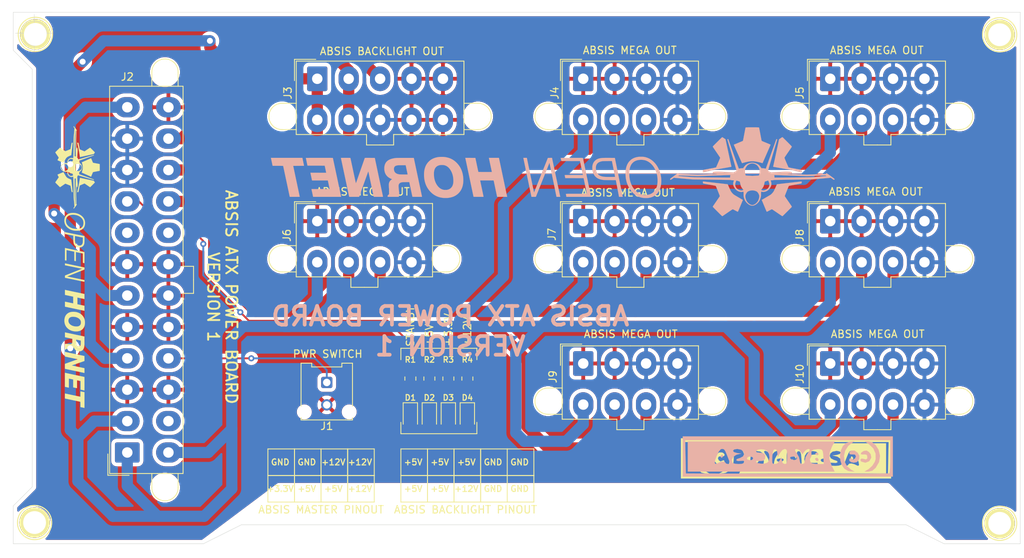
<source format=kicad_pcb>
(kicad_pcb (version 20171130) (host pcbnew "(5.1.7)-1")
  (layers (0 F.Cu signal) (31 B.Cu signal) (34 B.Paste user) (35 F.Paste user) (36 B.SilkS user) (37 F.SilkS user) (38 B.Mask user) (39 F.Mask user) (44 Edge.Cuts user))
  (net 0 "")
  (net 1 GND)
  (net 2 "Net-(D1-Pad1)")
  (net 3 "Net-(D2-Pad1)")
  (net 4 "Net-(D3-Pad1)")
  (net 5 "Net-(D4-Pad1)")
  (net 6 /PS_ON)
  (net 7 /+5V_SUPPLY)
  (net 8 "Net-(J2-Pad20)")
  (net 9 "Net-(J2-Pad14)")
  (net 10 /+3.3V_SUPPLY)
  (net 11 /+12V_SUPPLY)
  (net 12 /+5VSB_SUPPLY)
  (net 13 /PWR_OK)
  (module KiCAD_Libraries:CC-BY-NC-SA-Small (layer B.Cu) (at 139.192 112.776 180)
    (fp_text reference G*** hide)
    (fp_text value LOGO hide)
  )
  (module KiCAD_Libraries:OH_LOGO_75.4mm_11.9mm (layer B.Cu) (at 107.696 74.676 180)
    (fp_text reference G*** hide)
    (fp_text value LOGO hide)
  )
  (module Connector_Molex:Molex_Mini-Fit_Jr_5566-08A2_2x04_P4.20mm_Vertical (layer F.Cu) (at 144.78 62.23)
    (fp_text reference J5 (at -4.064 1.905 90) (layer F.SilkS))
    (fp_text value "MEGA BUS POWER")
    (pad "" np_thru_hole circle (at 17.3 5.04) (size 3 3) (drill 3) (layers *.Cu *.Mask))
    (pad "" np_thru_hole circle (at -4.7 5.04) (size 3 3) (drill 3) (layers *.Cu *.Mask))
    (pad 8 thru_hole oval (at 12.6 5.5) (size 2.7 3.3) (drill 1.4) (layers *.Cu *.Mask) (net 11 /+12V_SUPPLY))
    (pad 7 thru_hole oval (at 8.4 5.5) (size 2.7 3.3) (drill 1.4) (layers *.Cu *.Mask) (net 7 /+5V_SUPPLY))
    (pad 6 thru_hole oval (at 4.2 5.5) (size 2.7 3.3) (drill 1.4) (layers *.Cu *.Mask) (net 7 /+5V_SUPPLY))
    (pad 5 thru_hole oval (at 0 5.5) (size 2.7 3.3) (drill 1.4) (layers *.Cu *.Mask) (net 10 /+3.3V_SUPPLY))
    (pad 4 thru_hole oval (at 12.6 0) (size 2.7 3.3) (drill 1.4) (layers *.Cu *.Mask) (net 11 /+12V_SUPPLY))
    (pad 3 thru_hole oval (at 8.4 0) (size 2.7 3.3) (drill 1.4) (layers *.Cu *.Mask) (net 11 /+12V_SUPPLY))
    (pad 2 thru_hole oval (at 4.2 0) (size 2.7 3.3) (drill 1.4) (layers *.Cu *.Mask) (net 1 GND))
    (pad 1 thru_hole roundrect (at 0 0) (size 2.7 3.3) (drill 1.4) (layers *.Cu *.Mask) (roundrect_rratio 0.09259299999999999) (net 1 GND))
  )
  (module KiCAD_Libraries:CC-BY-NC-SA-Small (layer F.Cu) (at 138.7856 113.03)
    (fp_text reference G*** hide)
    (fp_text value LOGO hide)
  )
  (module KiCAD_Libraries:OH_LOGO_37.7mm_5.9mm (layer F.Cu) (at 44.1452 87.4268 270)
    (fp_text reference G*** hide)
    (fp_text value LOGO hide)
  )
  (module Connector_Molex:Molex_Mini-Fit_Jr_5566-08A2_2x04_P4.20mm_Vertical (layer F.Cu) (at 144.78 100.33)
    (fp_text reference J10 (at -4.064 1.397 90) (layer F.SilkS))
    (fp_text value "MEGA BUS POWER")
    (pad "" np_thru_hole circle (at 17.3 5.04) (size 3 3) (drill 3) (layers *.Cu *.Mask))
    (pad "" np_thru_hole circle (at -4.7 5.04) (size 3 3) (drill 3) (layers *.Cu *.Mask))
    (pad 8 thru_hole oval (at 12.6 5.5) (size 2.7 3.3) (drill 1.4) (layers *.Cu *.Mask) (net 11 /+12V_SUPPLY))
    (pad 7 thru_hole oval (at 8.4 5.5) (size 2.7 3.3) (drill 1.4) (layers *.Cu *.Mask) (net 7 /+5V_SUPPLY))
    (pad 6 thru_hole oval (at 4.2 5.5) (size 2.7 3.3) (drill 1.4) (layers *.Cu *.Mask) (net 7 /+5V_SUPPLY))
    (pad 5 thru_hole oval (at 0 5.5) (size 2.7 3.3) (drill 1.4) (layers *.Cu *.Mask) (net 10 /+3.3V_SUPPLY))
    (pad 4 thru_hole oval (at 12.6 0) (size 2.7 3.3) (drill 1.4) (layers *.Cu *.Mask) (net 11 /+12V_SUPPLY))
    (pad 3 thru_hole oval (at 8.4 0) (size 2.7 3.3) (drill 1.4) (layers *.Cu *.Mask) (net 11 /+12V_SUPPLY))
    (pad 2 thru_hole oval (at 4.2 0) (size 2.7 3.3) (drill 1.4) (layers *.Cu *.Mask) (net 1 GND))
    (pad 1 thru_hole roundrect (at 0 0) (size 2.7 3.3) (drill 1.4) (layers *.Cu *.Mask) (roundrect_rratio 0.09259299999999999) (net 1 GND))
  )
  (module Socket_Arduino_Mega:Arduino_1pin (layer F.Cu) (at 167.4368 56.3372)
    (fp_text reference H4 hide)
    (fp_text value MountingHole)
    (pad 1 thru_hole circle (at 0 0) (size 4.064 4.064) (drill 3.048) (layers *.Cu *.Mask F.SilkS))
  )
  (module Socket_Arduino_Mega:Arduino_1pin (layer F.Cu) (at 38.4048 121.6152)
    (fp_text reference H3 hide)
    (fp_text value MountingHole)
    (pad 1 thru_hole circle (at 0 0) (size 4.064 4.064) (drill 3.048) (layers *.Cu *.Mask F.SilkS))
  )
  (module Socket_Arduino_Mega:Arduino_1pin (layer F.Cu) (at 167.4368 121.7168)
    (fp_text reference H2 hide)
    (fp_text value MountingHole)
    (pad 1 thru_hole circle (at 0 0) (size 4.064 4.064) (drill 3.048) (layers *.Cu *.Mask F.SilkS))
  )
  (module Socket_Arduino_Mega:Arduino_1pin (layer F.Cu) (at 38.5064 56.2864)
    (fp_text reference H1 hide)
    (fp_text value MountingHole)
    (pad 1 thru_hole circle (at 0 0) (size 4.064 4.064) (drill 3.048) (layers *.Cu *.Mask F.SilkS))
  )
  (module Resistor_SMD:R_0805_2012Metric_Pad1.20x1.40mm_HandSolder (layer F.Cu) (at 96.266 102.346 90)
    (fp_text reference R4 (at 2.524 0 180) (layer F.SilkS) (effects (font (size 0.75 0.75))))
    (fp_text value 560)
    (pad 2 smd roundrect (at 1 0 90) (size 1.2 1.4) (layers F.Cu F.Paste F.Mask) (roundrect_rratio 0.208333) (net 11 /+12V_SUPPLY))
    (pad 1 smd roundrect (at -1 0 90) (size 1.2 1.4) (layers F.Cu F.Paste F.Mask) (roundrect_rratio 0.208333) (net 5 "Net-(D4-Pad1)"))
  )
  (module Resistor_SMD:R_0805_2012Metric_Pad1.20x1.40mm_HandSolder (layer F.Cu) (at 93.726 102.346 90)
    (fp_text reference R3 (at 2.524 0 180) (layer F.SilkS) (effects (font (size 0.75 0.75))))
    (fp_text value 56)
    (pad 2 smd roundrect (at 1 0 90) (size 1.2 1.4) (layers F.Cu F.Paste F.Mask) (roundrect_rratio 0.208333) (net 10 /+3.3V_SUPPLY))
    (pad 1 smd roundrect (at -1 0 90) (size 1.2 1.4) (layers F.Cu F.Paste F.Mask) (roundrect_rratio 0.208333) (net 4 "Net-(D3-Pad1)"))
  )
  (module Resistor_SMD:R_0805_2012Metric_Pad1.20x1.40mm_HandSolder (layer F.Cu) (at 91.186 102.346 90)
    (fp_text reference R2 (at 2.524 0 180) (layer F.SilkS) (effects (font (size 0.75 0.75))))
    (fp_text value 150)
    (pad 2 smd roundrect (at 1 0 90) (size 1.2 1.4) (layers F.Cu F.Paste F.Mask) (roundrect_rratio 0.208333) (net 7 /+5V_SUPPLY))
    (pad 1 smd roundrect (at -1 0 90) (size 1.2 1.4) (layers F.Cu F.Paste F.Mask) (roundrect_rratio 0.208333) (net 3 "Net-(D2-Pad1)"))
  )
  (module Resistor_SMD:R_0805_2012Metric_Pad1.20x1.40mm_HandSolder (layer F.Cu) (at 88.646 102.346 90)
    (fp_text reference R1 (at 2.524 0 180) (layer F.SilkS) (effects (font (size 0.75 0.75))))
    (fp_text value 150)
    (pad 2 smd roundrect (at 1 0 90) (size 1.2 1.4) (layers F.Cu F.Paste F.Mask) (roundrect_rratio 0.208333) (net 12 /+5VSB_SUPPLY))
    (pad 1 smd roundrect (at -1 0 90) (size 1.2 1.4) (layers F.Cu F.Paste F.Mask) (roundrect_rratio 0.208333) (net 2 "Net-(D1-Pad1)"))
  )
  (module Connector_Molex:Molex_Mini-Fit_Jr_5566-08A2_2x04_P4.20mm_Vertical (layer F.Cu) (at 111.76 100.33)
    (fp_text reference J9 (at -4.064 1.778 90) (layer F.SilkS))
    (fp_text value "MEGA BUS POWER")
    (pad "" np_thru_hole circle (at 17.3 5.04) (size 3 3) (drill 3) (layers *.Cu *.Mask))
    (pad "" np_thru_hole circle (at -4.7 5.04) (size 3 3) (drill 3) (layers *.Cu *.Mask))
    (pad 8 thru_hole oval (at 12.6 5.5) (size 2.7 3.3) (drill 1.4) (layers *.Cu *.Mask) (net 11 /+12V_SUPPLY))
    (pad 7 thru_hole oval (at 8.4 5.5) (size 2.7 3.3) (drill 1.4) (layers *.Cu *.Mask) (net 7 /+5V_SUPPLY))
    (pad 6 thru_hole oval (at 4.2 5.5) (size 2.7 3.3) (drill 1.4) (layers *.Cu *.Mask) (net 7 /+5V_SUPPLY))
    (pad 5 thru_hole oval (at 0 5.5) (size 2.7 3.3) (drill 1.4) (layers *.Cu *.Mask) (net 10 /+3.3V_SUPPLY))
    (pad 4 thru_hole oval (at 12.6 0) (size 2.7 3.3) (drill 1.4) (layers *.Cu *.Mask) (net 11 /+12V_SUPPLY))
    (pad 3 thru_hole oval (at 8.4 0) (size 2.7 3.3) (drill 1.4) (layers *.Cu *.Mask) (net 11 /+12V_SUPPLY))
    (pad 2 thru_hole oval (at 4.2 0) (size 2.7 3.3) (drill 1.4) (layers *.Cu *.Mask) (net 1 GND))
    (pad 1 thru_hole roundrect (at 0 0) (size 2.7 3.3) (drill 1.4) (layers *.Cu *.Mask) (roundrect_rratio 0.09259299999999999) (net 1 GND))
  )
  (module Connector_Molex:Molex_Mini-Fit_Jr_5566-08A2_2x04_P4.20mm_Vertical (layer F.Cu) (at 144.78 81.28)
    (fp_text reference J8 (at -4.064 1.905 90) (layer F.SilkS))
    (fp_text value "MEGA BUS POWER")
    (pad "" np_thru_hole circle (at 17.3 5.04) (size 3 3) (drill 3) (layers *.Cu *.Mask))
    (pad "" np_thru_hole circle (at -4.7 5.04) (size 3 3) (drill 3) (layers *.Cu *.Mask))
    (pad 8 thru_hole oval (at 12.6 5.5) (size 2.7 3.3) (drill 1.4) (layers *.Cu *.Mask) (net 11 /+12V_SUPPLY))
    (pad 7 thru_hole oval (at 8.4 5.5) (size 2.7 3.3) (drill 1.4) (layers *.Cu *.Mask) (net 7 /+5V_SUPPLY))
    (pad 6 thru_hole oval (at 4.2 5.5) (size 2.7 3.3) (drill 1.4) (layers *.Cu *.Mask) (net 7 /+5V_SUPPLY))
    (pad 5 thru_hole oval (at 0 5.5) (size 2.7 3.3) (drill 1.4) (layers *.Cu *.Mask) (net 10 /+3.3V_SUPPLY))
    (pad 4 thru_hole oval (at 12.6 0) (size 2.7 3.3) (drill 1.4) (layers *.Cu *.Mask) (net 11 /+12V_SUPPLY))
    (pad 3 thru_hole oval (at 8.4 0) (size 2.7 3.3) (drill 1.4) (layers *.Cu *.Mask) (net 11 /+12V_SUPPLY))
    (pad 2 thru_hole oval (at 4.2 0) (size 2.7 3.3) (drill 1.4) (layers *.Cu *.Mask) (net 1 GND))
    (pad 1 thru_hole roundrect (at 0 0) (size 2.7 3.3) (drill 1.4) (layers *.Cu *.Mask) (roundrect_rratio 0.09259299999999999) (net 1 GND))
  )
  (module Connector_Molex:Molex_Mini-Fit_Jr_5566-08A2_2x04_P4.20mm_Vertical (layer F.Cu) (at 111.76 81.28)
    (fp_text reference J7 (at -4.191 1.778 90) (layer F.SilkS))
    (fp_text value "MEGA BUS POWER")
    (pad "" np_thru_hole circle (at 17.3 5.04) (size 3 3) (drill 3) (layers *.Cu *.Mask))
    (pad "" np_thru_hole circle (at -4.7 5.04) (size 3 3) (drill 3) (layers *.Cu *.Mask))
    (pad 8 thru_hole oval (at 12.6 5.5) (size 2.7 3.3) (drill 1.4) (layers *.Cu *.Mask) (net 11 /+12V_SUPPLY))
    (pad 7 thru_hole oval (at 8.4 5.5) (size 2.7 3.3) (drill 1.4) (layers *.Cu *.Mask) (net 7 /+5V_SUPPLY))
    (pad 6 thru_hole oval (at 4.2 5.5) (size 2.7 3.3) (drill 1.4) (layers *.Cu *.Mask) (net 7 /+5V_SUPPLY))
    (pad 5 thru_hole oval (at 0 5.5) (size 2.7 3.3) (drill 1.4) (layers *.Cu *.Mask) (net 10 /+3.3V_SUPPLY))
    (pad 4 thru_hole oval (at 12.6 0) (size 2.7 3.3) (drill 1.4) (layers *.Cu *.Mask) (net 11 /+12V_SUPPLY))
    (pad 3 thru_hole oval (at 8.4 0) (size 2.7 3.3) (drill 1.4) (layers *.Cu *.Mask) (net 11 /+12V_SUPPLY))
    (pad 2 thru_hole oval (at 4.2 0) (size 2.7 3.3) (drill 1.4) (layers *.Cu *.Mask) (net 1 GND))
    (pad 1 thru_hole roundrect (at 0 0) (size 2.7 3.3) (drill 1.4) (layers *.Cu *.Mask) (roundrect_rratio 0.09259299999999999) (net 1 GND))
  )
  (module Connector_Molex:Molex_Mini-Fit_Jr_5566-08A2_2x04_P4.20mm_Vertical (layer F.Cu) (at 76.2 81.28)
    (fp_text reference J6 (at -4.064 1.905 90) (layer F.SilkS))
    (fp_text value "MEGA BUS POWER")
    (pad "" np_thru_hole circle (at 17.3 5.04) (size 3 3) (drill 3) (layers *.Cu *.Mask))
    (pad "" np_thru_hole circle (at -4.7 5.04) (size 3 3) (drill 3) (layers *.Cu *.Mask))
    (pad 8 thru_hole oval (at 12.6 5.5) (size 2.7 3.3) (drill 1.4) (layers *.Cu *.Mask) (net 11 /+12V_SUPPLY))
    (pad 7 thru_hole oval (at 8.4 5.5) (size 2.7 3.3) (drill 1.4) (layers *.Cu *.Mask) (net 7 /+5V_SUPPLY))
    (pad 6 thru_hole oval (at 4.2 5.5) (size 2.7 3.3) (drill 1.4) (layers *.Cu *.Mask) (net 7 /+5V_SUPPLY))
    (pad 5 thru_hole oval (at 0 5.5) (size 2.7 3.3) (drill 1.4) (layers *.Cu *.Mask) (net 10 /+3.3V_SUPPLY))
    (pad 4 thru_hole oval (at 12.6 0) (size 2.7 3.3) (drill 1.4) (layers *.Cu *.Mask) (net 11 /+12V_SUPPLY))
    (pad 3 thru_hole oval (at 8.4 0) (size 2.7 3.3) (drill 1.4) (layers *.Cu *.Mask) (net 11 /+12V_SUPPLY))
    (pad 2 thru_hole oval (at 4.2 0) (size 2.7 3.3) (drill 1.4) (layers *.Cu *.Mask) (net 1 GND))
    (pad 1 thru_hole roundrect (at 0 0) (size 2.7 3.3) (drill 1.4) (layers *.Cu *.Mask) (roundrect_rratio 0.09259299999999999) (net 1 GND))
  )
  (module Connector_Molex:Molex_Mini-Fit_Jr_5566-08A2_2x04_P4.20mm_Vertical (layer F.Cu) (at 111.76 62.23)
    (fp_text reference J4 (at -3.81 1.905 90) (layer F.SilkS))
    (fp_text value "MEGA BUS POWER")
    (pad "" np_thru_hole circle (at 17.3 5.04) (size 3 3) (drill 3) (layers *.Cu *.Mask))
    (pad "" np_thru_hole circle (at -4.7 5.04) (size 3 3) (drill 3) (layers *.Cu *.Mask))
    (pad 8 thru_hole oval (at 12.6 5.5) (size 2.7 3.3) (drill 1.4) (layers *.Cu *.Mask) (net 11 /+12V_SUPPLY))
    (pad 7 thru_hole oval (at 8.4 5.5) (size 2.7 3.3) (drill 1.4) (layers *.Cu *.Mask) (net 7 /+5V_SUPPLY))
    (pad 6 thru_hole oval (at 4.2 5.5) (size 2.7 3.3) (drill 1.4) (layers *.Cu *.Mask) (net 7 /+5V_SUPPLY))
    (pad 5 thru_hole oval (at 0 5.5) (size 2.7 3.3) (drill 1.4) (layers *.Cu *.Mask) (net 10 /+3.3V_SUPPLY))
    (pad 4 thru_hole oval (at 12.6 0) (size 2.7 3.3) (drill 1.4) (layers *.Cu *.Mask) (net 11 /+12V_SUPPLY))
    (pad 3 thru_hole oval (at 8.4 0) (size 2.7 3.3) (drill 1.4) (layers *.Cu *.Mask) (net 11 /+12V_SUPPLY))
    (pad 2 thru_hole oval (at 4.2 0) (size 2.7 3.3) (drill 1.4) (layers *.Cu *.Mask) (net 1 GND))
    (pad 1 thru_hole roundrect (at 0 0) (size 2.7 3.3) (drill 1.4) (layers *.Cu *.Mask) (roundrect_rratio 0.09259299999999999) (net 1 GND))
  )
  (module Connector_Molex:Molex_Mini-Fit_Jr_5566-10A2_2x05_P4.20mm_Vertical (layer F.Cu) (at 76.2 62.23)
    (fp_text reference J3 (at -3.937 1.905 90) (layer F.SilkS))
    (fp_text value "ABSIS BACKLIGHT PWR")
    (pad "" np_thru_hole circle (at 21.5 5.04) (size 3 3) (drill 3) (layers *.Cu *.Mask))
    (pad "" np_thru_hole circle (at -4.7 5.04) (size 3 3) (drill 3) (layers *.Cu *.Mask))
    (pad 10 thru_hole oval (at 16.8 5.5) (size 2.7 3.3) (drill 1.4) (layers *.Cu *.Mask) (net 1 GND))
    (pad 9 thru_hole oval (at 12.6 5.5) (size 2.7 3.3) (drill 1.4) (layers *.Cu *.Mask) (net 1 GND))
    (pad 8 thru_hole oval (at 8.4 5.5) (size 2.7 3.3) (drill 1.4) (layers *.Cu *.Mask) (net 11 /+12V_SUPPLY))
    (pad 7 thru_hole oval (at 4.2 5.5) (size 2.7 3.3) (drill 1.4) (layers *.Cu *.Mask) (net 7 /+5V_SUPPLY))
    (pad 6 thru_hole oval (at 0 5.5) (size 2.7 3.3) (drill 1.4) (layers *.Cu *.Mask) (net 7 /+5V_SUPPLY))
    (pad 5 thru_hole oval (at 16.8 0) (size 2.7 3.3) (drill 1.4) (layers *.Cu *.Mask) (net 1 GND))
    (pad 4 thru_hole oval (at 12.6 0) (size 2.7 3.3) (drill 1.4) (layers *.Cu *.Mask) (net 1 GND))
    (pad 3 thru_hole oval (at 8.4 0) (size 2.7 3.3) (drill 1.4) (layers *.Cu *.Mask) (net 7 /+5V_SUPPLY))
    (pad 2 thru_hole oval (at 4.2 0) (size 2.7 3.3) (drill 1.4) (layers *.Cu *.Mask) (net 7 /+5V_SUPPLY))
    (pad 1 thru_hole roundrect (at 0 0) (size 2.7 3.3) (drill 1.4) (layers *.Cu *.Mask) (roundrect_rratio 0.09259299999999999) (net 7 /+5V_SUPPLY))
  )
  (module Connector_Molex:Molex_Mini-Fit_Jr_5566-24A2_2x12_P4.20mm_Vertical (layer F.Cu) (at 50.8 112.24 90)
    (fp_text reference J2 (at 50.264 0 180) (layer F.SilkS))
    (fp_text value ATX-24)
    (pad "" np_thru_hole circle (at 50.9 5.04 90) (size 3 3) (drill 3) (layers *.Cu *.Mask))
    (pad "" np_thru_hole circle (at -4.7 5.04 90) (size 3 3) (drill 3) (layers *.Cu *.Mask))
    (pad 24 thru_hole oval (at 46.2 5.5 90) (size 2.7 3.3) (drill 1.4) (layers *.Cu *.Mask) (net 1 GND))
    (pad 23 thru_hole oval (at 42 5.5 90) (size 2.7 3.3) (drill 1.4) (layers *.Cu *.Mask) (net 7 /+5V_SUPPLY))
    (pad 22 thru_hole oval (at 37.8 5.5 90) (size 2.7 3.3) (drill 1.4) (layers *.Cu *.Mask) (net 7 /+5V_SUPPLY))
    (pad 21 thru_hole oval (at 33.6 5.5 90) (size 2.7 3.3) (drill 1.4) (layers *.Cu *.Mask) (net 7 /+5V_SUPPLY))
    (pad 20 thru_hole oval (at 29.4 5.5 90) (size 2.7 3.3) (drill 1.4) (layers *.Cu *.Mask) (net 8 "Net-(J2-Pad20)"))
    (pad 19 thru_hole oval (at 25.2 5.5 90) (size 2.7 3.3) (drill 1.4) (layers *.Cu *.Mask) (net 1 GND))
    (pad 18 thru_hole oval (at 21 5.5 90) (size 2.7 3.3) (drill 1.4) (layers *.Cu *.Mask) (net 1 GND))
    (pad 17 thru_hole oval (at 16.8 5.5 90) (size 2.7 3.3) (drill 1.4) (layers *.Cu *.Mask) (net 1 GND))
    (pad 16 thru_hole oval (at 12.6 5.5 90) (size 2.7 3.3) (drill 1.4) (layers *.Cu *.Mask) (net 6 /PS_ON))
    (pad 15 thru_hole oval (at 8.4 5.5 90) (size 2.7 3.3) (drill 1.4) (layers *.Cu *.Mask) (net 1 GND))
    (pad 14 thru_hole oval (at 4.2 5.5 90) (size 2.7 3.3) (drill 1.4) (layers *.Cu *.Mask) (net 9 "Net-(J2-Pad14)"))
    (pad 13 thru_hole oval (at 0 5.5 90) (size 2.7 3.3) (drill 1.4) (layers *.Cu *.Mask) (net 10 /+3.3V_SUPPLY))
    (pad 12 thru_hole oval (at 46.2 0 90) (size 2.7 3.3) (drill 1.4) (layers *.Cu *.Mask) (net 10 /+3.3V_SUPPLY))
    (pad 11 thru_hole oval (at 42 0 90) (size 2.7 3.3) (drill 1.4) (layers *.Cu *.Mask) (net 11 /+12V_SUPPLY))
    (pad 10 thru_hole oval (at 37.8 0 90) (size 2.7 3.3) (drill 1.4) (layers *.Cu *.Mask) (net 11 /+12V_SUPPLY))
    (pad 9 thru_hole oval (at 33.6 0 90) (size 2.7 3.3) (drill 1.4) (layers *.Cu *.Mask) (net 12 /+5VSB_SUPPLY))
    (pad 8 thru_hole oval (at 29.4 0 90) (size 2.7 3.3) (drill 1.4) (layers *.Cu *.Mask) (net 13 /PWR_OK))
    (pad 7 thru_hole oval (at 25.2 0 90) (size 2.7 3.3) (drill 1.4) (layers *.Cu *.Mask) (net 1 GND))
    (pad 6 thru_hole oval (at 21 0 90) (size 2.7 3.3) (drill 1.4) (layers *.Cu *.Mask) (net 7 /+5V_SUPPLY))
    (pad 5 thru_hole oval (at 16.8 0 90) (size 2.7 3.3) (drill 1.4) (layers *.Cu *.Mask) (net 1 GND))
    (pad 4 thru_hole oval (at 12.6 0 90) (size 2.7 3.3) (drill 1.4) (layers *.Cu *.Mask) (net 7 /+5V_SUPPLY))
    (pad 3 thru_hole oval (at 8.4 0 90) (size 2.7 3.3) (drill 1.4) (layers *.Cu *.Mask) (net 1 GND))
    (pad 2 thru_hole oval (at 4.2 0 90) (size 2.7 3.3) (drill 1.4) (layers *.Cu *.Mask) (net 10 /+3.3V_SUPPLY))
    (pad 1 thru_hole roundrect (at 0 0 90) (size 2.7 3.3) (drill 1.4) (layers *.Cu *.Mask) (roundrect_rratio 0.09259299999999999) (net 10 /+3.3V_SUPPLY))
  )
  (module Connector_Molex:Molex_Micro-Fit_3.0_43045-0212_2x01_P3.00mm_Vertical (layer F.Cu) (at 77.47 102.87)
    (fp_text reference J1 (at 0 5.842) (layer F.SilkS))
    (fp_text value "Power Swtich")
    (pad 2 thru_hole circle (at 0 3) (size 1.5 1.5) (drill 1) (layers *.Cu *.Mask) (net 1 GND))
    (pad 1 thru_hole roundrect (at 0 0) (size 1.5 1.5) (drill 1) (layers *.Cu *.Mask) (roundrect_rratio 0.166667) (net 6 /PS_ON))
    (pad "" np_thru_hole circle (at 3 3.94) (size 1 1) (drill 1) (layers *.Cu *.Mask))
    (pad "" np_thru_hole circle (at -3 3.94) (size 1 1) (drill 1) (layers *.Cu *.Mask))
  )
  (module LED_SMD:LED_0805_2012Metric_Pad1.15x1.40mm_HandSolder (layer F.Cu) (at 96.266 107.451 270)
    (fp_text reference D4 (at -2.549 0 180) (layer F.SilkS) (effects (font (size 0.75 0.75))))
    (fp_text value "Green LED")
    (pad 2 smd roundrect (at 1.025 0 270) (size 1.15 1.4) (layers F.Cu F.Paste F.Mask) (roundrect_rratio 0.217391) (net 1 GND))
    (pad 1 smd roundrect (at -1.025 0 270) (size 1.15 1.4) (layers F.Cu F.Paste F.Mask) (roundrect_rratio 0.217391) (net 5 "Net-(D4-Pad1)"))
  )
  (module LED_SMD:LED_0805_2012Metric_Pad1.15x1.40mm_HandSolder (layer F.Cu) (at 93.726 107.451 270)
    (fp_text reference D3 (at -2.549 0 180) (layer F.SilkS) (effects (font (size 0.75 0.75))))
    (fp_text value "Green LED")
    (pad 2 smd roundrect (at 1.025 0 270) (size 1.15 1.4) (layers F.Cu F.Paste F.Mask) (roundrect_rratio 0.217391) (net 1 GND))
    (pad 1 smd roundrect (at -1.025 0 270) (size 1.15 1.4) (layers F.Cu F.Paste F.Mask) (roundrect_rratio 0.217391) (net 4 "Net-(D3-Pad1)"))
  )
  (module LED_SMD:LED_0805_2012Metric_Pad1.15x1.40mm_HandSolder (layer F.Cu) (at 91.186 107.451 270)
    (fp_text reference D2 (at -2.549 0 180) (layer F.SilkS) (effects (font (size 0.75 0.75))))
    (fp_text value "Green LED")
    (pad 2 smd roundrect (at 1.025 0 270) (size 1.15 1.4) (layers F.Cu F.Paste F.Mask) (roundrect_rratio 0.217391) (net 1 GND))
    (pad 1 smd roundrect (at -1.025 0 270) (size 1.15 1.4) (layers F.Cu F.Paste F.Mask) (roundrect_rratio 0.217391) (net 3 "Net-(D2-Pad1)"))
  )
  (module LED_SMD:LED_0805_2012Metric_Pad1.15x1.40mm_HandSolder (layer F.Cu) (at 88.646 107.451 270)
    (fp_text reference D1 (at -2.549 0 180) (layer F.SilkS) (effects (font (size 0.75 0.75))))
    (fp_text value "Green LED")
    (pad 2 smd roundrect (at 1.025 0 270) (size 1.15 1.4) (layers F.Cu F.Paste F.Mask) (roundrect_rratio 0.217391) (net 1 GND))
    (pad 1 smd roundrect (at -1.025 0 270) (size 1.15 1.4) (layers F.Cu F.Paste F.Mask) (roundrect_rratio 0.217391) (net 2 "Net-(D1-Pad1)"))
  )
  (gr_line (start 154.94 121.92) (end 160.02 124.46) (layer Edge.Cuts) (width 0.05))
  (gr_line (start 66.04 121.92) (end 154.94 121.92) (layer Edge.Cuts) (width 0.05))
  (gr_line (start 60.96 124.46) (end 66.04 121.92) (layer Edge.Cuts) (width 0.05))
  (gr_text "ABSIS ATX POWER BOARD\nVERSION 1" (at 93.98 96.012) (layer B.SilkS) (effects (font (size 2.5 2.5) (thickness 0.5)) (justify mirror)))
  (gr_text "ABSIS MASTER PINOUT" (at 76.708 119.888) (layer F.SilkS) (effects (font (size 1 1))))
  (gr_text "ABSIS BACKLIGHT PINOUT" (at 96.012 119.888) (layer F.SilkS) (effects (font (size 1 1))))
  (gr_text GND (at 103.251 113.538) (layer F.SilkS) (effects (font (size 0.8 0.8))))
  (gr_text GND (at 103.251 117.094) (layer F.SilkS) (effects (font (size 0.8 0.8))))
  (gr_line (start 101.6 111.76) (end 105.156 111.76) (layer F.SilkS) (width 0.12))
  (gr_line (start 105.156 118.872) (end 105.156 115.316) (layer F.SilkS) (width 0.12))
  (gr_line (start 101.6 118.872) (end 105.156 118.872) (layer F.SilkS) (width 0.12))
  (gr_line (start 105.156 115.316) (end 105.156 111.76) (layer F.SilkS) (width 0.12))
  (gr_line (start 101.6 115.316) (end 105.156 115.316) (layer F.SilkS) (width 0.12))
  (gr_line (start 101.6 115.316) (end 105.156 115.316) (layer F.SilkS) (width 0.12))
  (gr_line (start 94.488 115.316) (end 94.488 111.76) (layer F.SilkS) (width 0.12))
  (gr_line (start 90.932 115.316) (end 94.488 115.316) (layer F.SilkS) (width 0.12))
  (gr_line (start 98.044 118.872) (end 98.044 115.316) (layer F.SilkS) (width 0.12))
  (gr_line (start 98.044 115.316) (end 101.6 115.316) (layer F.SilkS) (width 0.12))
  (gr_line (start 87.376 111.76) (end 90.932 111.76) (layer F.SilkS) (width 0.12))
  (gr_line (start 94.488 118.872) (end 94.488 115.316) (layer F.SilkS) (width 0.12))
  (gr_line (start 87.376 115.316) (end 90.932 115.316) (layer F.SilkS) (width 0.12))
  (gr_line (start 90.932 118.872) (end 94.488 118.872) (layer F.SilkS) (width 0.12))
  (gr_line (start 94.488 115.316) (end 98.044 115.316) (layer F.SilkS) (width 0.12))
  (gr_line (start 87.376 118.872) (end 90.932 118.872) (layer F.SilkS) (width 0.12))
  (gr_line (start 94.488 118.872) (end 94.488 115.316) (layer F.SilkS) (width 0.12))
  (gr_line (start 90.932 111.76) (end 94.488 111.76) (layer F.SilkS) (width 0.12))
  (gr_line (start 98.044 118.872) (end 101.6 118.872) (layer F.SilkS) (width 0.12))
  (gr_line (start 94.488 111.76) (end 98.044 111.76) (layer F.SilkS) (width 0.12))
  (gr_line (start 90.932 115.316) (end 90.932 111.76) (layer F.SilkS) (width 0.12))
  (gr_line (start 94.488 115.316) (end 98.044 115.316) (layer F.SilkS) (width 0.12))
  (gr_line (start 90.932 115.316) (end 94.488 115.316) (layer F.SilkS) (width 0.12))
  (gr_line (start 87.376 115.316) (end 87.376 111.76) (layer F.SilkS) (width 0.12))
  (gr_line (start 90.932 118.872) (end 90.932 115.316) (layer F.SilkS) (width 0.12))
  (gr_line (start 94.488 115.316) (end 94.488 111.76) (layer F.SilkS) (width 0.12))
  (gr_line (start 90.932 118.872) (end 90.932 115.316) (layer F.SilkS) (width 0.12))
  (gr_line (start 87.376 115.316) (end 90.932 115.316) (layer F.SilkS) (width 0.12))
  (gr_line (start 87.376 118.872) (end 87.376 115.316) (layer F.SilkS) (width 0.12))
  (gr_line (start 98.044 115.316) (end 98.044 111.76) (layer F.SilkS) (width 0.12))
  (gr_line (start 94.488 118.872) (end 98.044 118.872) (layer F.SilkS) (width 0.12))
  (gr_line (start 90.932 115.316) (end 90.932 111.76) (layer F.SilkS) (width 0.12))
  (gr_text +5V (at 92.583 113.538) (layer F.SilkS) (effects (font (size 0.8 0.8))))
  (gr_text +5V (at 92.583 117.094) (layer F.SilkS) (effects (font (size 0.8 0.8))))
  (gr_text +5V (at 96.139 113.538) (layer F.SilkS) (effects (font (size 0.8 0.8))))
  (gr_text +12V (at 96.139 117.094) (layer F.SilkS) (effects (font (size 0.8 0.8))))
  (gr_text GND (at 99.695 113.538) (layer F.SilkS) (effects (font (size 0.8 0.8))))
  (gr_text GND (at 99.695 117.094) (layer F.SilkS) (effects (font (size 0.8 0.8))))
  (gr_line (start 98.044 118.872) (end 98.044 115.316) (layer F.SilkS) (width 0.12))
  (gr_line (start 101.6 118.872) (end 101.6 115.316) (layer F.SilkS) (width 0.12))
  (gr_line (start 98.044 115.316) (end 101.6 115.316) (layer F.SilkS) (width 0.12))
  (gr_line (start 98.044 111.76) (end 101.6 111.76) (layer F.SilkS) (width 0.12))
  (gr_line (start 98.044 115.316) (end 98.044 111.76) (layer F.SilkS) (width 0.12))
  (gr_line (start 101.6 115.316) (end 101.6 111.76) (layer F.SilkS) (width 0.12))
  (gr_text +5V (at 89.027 113.538) (layer F.SilkS) (effects (font (size 0.8 0.8))))
  (gr_text +5V (at 89.027 117.094) (layer F.SilkS) (effects (font (size 0.8 0.8))))
  (gr_line (start 69.596 115.316) (end 73.152 115.316) (layer F.SilkS) (width 0.12))
  (gr_line (start 69.596 118.872) (end 73.152 118.872) (layer F.SilkS) (width 0.12))
  (gr_text GND (at 71.247 113.538) (layer F.SilkS) (effects (font (size 0.8 0.8))))
  (gr_text +3.3V (at 71.247 117.094) (layer F.SilkS) (effects (font (size 0.8 0.8))))
  (gr_line (start 69.596 118.872) (end 69.596 115.316) (layer F.SilkS) (width 0.12))
  (gr_line (start 73.152 118.872) (end 73.152 115.316) (layer F.SilkS) (width 0.12))
  (gr_line (start 69.596 115.316) (end 73.152 115.316) (layer F.SilkS) (width 0.12))
  (gr_line (start 69.596 111.76) (end 73.152 111.76) (layer F.SilkS) (width 0.12))
  (gr_line (start 69.596 115.316) (end 69.596 111.76) (layer F.SilkS) (width 0.12))
  (gr_line (start 73.152 115.316) (end 73.152 111.76) (layer F.SilkS) (width 0.12))
  (gr_line (start 73.152 115.316) (end 76.708 115.316) (layer F.SilkS) (width 0.12))
  (gr_line (start 73.152 118.872) (end 76.708 118.872) (layer F.SilkS) (width 0.12))
  (gr_text GND (at 74.803 113.538) (layer F.SilkS) (effects (font (size 0.8 0.8))))
  (gr_text +5V (at 74.803 117.094) (layer F.SilkS) (effects (font (size 0.8 0.8))))
  (gr_line (start 73.152 118.872) (end 73.152 115.316) (layer F.SilkS) (width 0.12))
  (gr_line (start 76.708 118.872) (end 76.708 115.316) (layer F.SilkS) (width 0.12))
  (gr_line (start 73.152 115.316) (end 76.708 115.316) (layer F.SilkS) (width 0.12))
  (gr_line (start 73.152 111.76) (end 76.708 111.76) (layer F.SilkS) (width 0.12))
  (gr_line (start 73.152 115.316) (end 73.152 111.76) (layer F.SilkS) (width 0.12))
  (gr_line (start 76.708 115.316) (end 76.708 111.76) (layer F.SilkS) (width 0.12))
  (gr_line (start 76.708 115.316) (end 80.264 115.316) (layer F.SilkS) (width 0.12))
  (gr_line (start 76.708 118.872) (end 80.264 118.872) (layer F.SilkS) (width 0.12))
  (gr_text +12V (at 78.359 113.538) (layer F.SilkS) (effects (font (size 0.8 0.8))))
  (gr_text +5V (at 78.359 117.094) (layer F.SilkS) (effects (font (size 0.8 0.8))))
  (gr_line (start 76.708 118.872) (end 76.708 115.316) (layer F.SilkS) (width 0.12))
  (gr_line (start 80.264 118.872) (end 80.264 115.316) (layer F.SilkS) (width 0.12))
  (gr_line (start 76.708 115.316) (end 80.264 115.316) (layer F.SilkS) (width 0.12))
  (gr_line (start 76.708 111.76) (end 80.264 111.76) (layer F.SilkS) (width 0.12))
  (gr_line (start 76.708 115.316) (end 76.708 111.76) (layer F.SilkS) (width 0.12))
  (gr_line (start 80.264 115.316) (end 80.264 111.76) (layer F.SilkS) (width 0.12))
  (gr_text +12V (at 81.915 117.094) (layer F.SilkS) (effects (font (size 0.8 0.8))))
  (gr_line (start 80.264 118.872) (end 83.82 118.872) (layer F.SilkS) (width 0.12))
  (gr_line (start 80.264 115.316) (end 83.82 115.316) (layer F.SilkS) (width 0.12))
  (gr_line (start 80.264 118.872) (end 80.264 115.316) (layer F.SilkS) (width 0.12))
  (gr_line (start 83.82 118.872) (end 83.82 115.316) (layer F.SilkS) (width 0.12))
  (gr_line (start 80.264 111.76) (end 83.82 111.76) (layer F.SilkS) (width 0.12))
  (gr_line (start 80.264 115.316) (end 80.264 111.76) (layer F.SilkS) (width 0.12))
  (gr_line (start 83.82 115.316) (end 83.82 111.76) (layer F.SilkS) (width 0.12))
  (gr_line (start 80.264 115.316) (end 83.82 115.316) (layer F.SilkS) (width 0.12))
  (gr_text +12V (at 81.915 113.538) (layer F.SilkS) (effects (font (size 0.8 0.8))))
  (gr_text "ABSIS ATX POWER BOARD\nVERSION 1" (at 63.5 91.44 270) (layer F.SilkS) (effects (font (size 1.5 1.5) (thickness 0.25))))
  (gr_text "PWR SWITCH" (at 77.597 99.06) (layer F.SilkS) (effects (font (size 1 1))))
  (gr_text "ABSIS MEGA OUT" (at 118.11 96.393) (layer F.SilkS) (effects (font (size 1 1))))
  (gr_text "ABSIS MEGA OUT" (at 151.13 96.393) (layer F.SilkS) (effects (font (size 1 1))))
  (gr_text "ABSIS MEGA OUT" (at 151.003 58.42) (layer F.SilkS) (effects (font (size 1 1))))
  (gr_text "ABSIS MEGA OUT" (at 150.876 77.343) (layer F.SilkS) (effects (font (size 1 1))))
  (gr_text "ABSIS MEGA OUT" (at 117.729 77.47) (layer F.SilkS) (effects (font (size 1 1))))
  (gr_text "ABSIS MEGA OUT" (at 82.296 77.343) (layer F.SilkS) (effects (font (size 1 1))))
  (gr_text "ABSIS MEGA OUT" (at 117.983 58.42) (layer F.SilkS) (effects (font (size 1 1))))
  (gr_text "ABSIS BACKLIGHT OUT" (at 84.836 58.547) (layer F.SilkS) (effects (font (size 1 1))))
  (gr_line (start 160.02 124.46) (end 170.18 124.46) (layer Edge.Cuts) (width 0.05))
  (gr_line (start 40.64 124.46) (end 60.96 124.46) (layer Edge.Cuts) (width 0.05))
  (gr_line (start 170.18 124.46) (end 170.18 53.34) (layer Edge.Cuts) (width 0.05))
  (gr_line (start 170.18 53.34) (end 40.64 53.34) (layer Edge.Cuts) (width 0.05))
  (gr_line (start 97.536 108.204) (end 97.536 109.728) (layer F.SilkS) (width 0.12))
  (gr_line (start 97.536 109.728) (end 87.376 109.728) (layer F.SilkS) (width 0.12))
  (gr_line (start 87.376 109.728) (end 87.376 108.204) (layer F.SilkS) (width 0.12))
  (gr_line (start 97.536 98.298) (end 97.536 99.822) (layer F.SilkS) (width 0.12))
  (gr_line (start 87.376 98.298) (end 97.536 98.298) (layer F.SilkS) (width 0.12))
  (gr_line (start 87.376 99.822) (end 87.376 98.298) (layer F.SilkS) (width 0.12))
  (gr_text +12V (at 96.266 98.171 90) (layer F.SilkS) (effects (font (size 1 1)) (justify left)))
  (gr_text +3.3V (at 93.726 98.171 90) (layer F.SilkS) (effects (font (size 1 1)) (justify left)))
  (gr_text +5V (at 91.186 98.171 90) (layer F.SilkS) (effects (font (size 1 1)) (justify left)))
  (gr_text STANBY (at 88.646 98.171 90) (layer F.SilkS) (effects (font (size 1 1)) (justify left)))
  (gr_line (start 38.1 60.96) (end 38.1 116.84) (layer Edge.Cuts) (width 0.05))
  (gr_line (start 35.56 124.46) (end 40.64 124.46) (layer Edge.Cuts) (width 0.05))
  (gr_line (start 35.56 119.38) (end 38.1 116.84) (layer Edge.Cuts) (width 0.05))
  (gr_line (start 35.56 124.46) (end 35.56 119.38) (layer Edge.Cuts) (width 0.05))
  (gr_line (start 35.56 58.42) (end 38.1 60.96) (layer Edge.Cuts) (width 0.05))
  (gr_line (start 35.56 53.34) (end 35.56 58.42) (layer Edge.Cuts) (width 0.05))
  (gr_line (start 35.56 53.34) (end 40.64 53.34) (layer Edge.Cuts) (width 0.05))
  (target plus (at 38.354 56.134) (size 5) (width 0.05) (layer Edge.Cuts))
  (segment (start 88.646 103.346) (end 88.646 106.426) (width 0.25) (layer F.Cu) (net 2))
  (segment (start 91.186 103.346) (end 91.186 106.426) (width 0.25) (layer F.Cu) (net 3))
  (segment (start 93.726 103.346) (end 93.726 106.426) (width 0.25) (layer F.Cu) (net 4))
  (segment (start 96.266 103.346) (end 96.266 106.426) (width 0.25) (layer F.Cu) (net 5))
  (segment (start 56.3 99.64) (end 67.382 99.64) (width 0.25) (layer F.Cu) (net 6))
  (via (at 67.382 99.64) (size 0.8) (drill 0.4) (layers F.Cu B.Cu) (net 6))
  (segment (start 67.382 99.64) (end 75.891 99.64) (width 0.25) (layer B.Cu) (net 6))
  (segment (start 77.47 101.219) (end 77.47 102.87) (width 0.25) (layer B.Cu) (net 6))
  (segment (start 75.891 99.64) (end 77.47 101.219) (width 0.25) (layer B.Cu) (net 6))
  (segment (start 56.3 78.64) (end 60.171 78.64) (width 1.5) (layer F.Cu) (net 7))
  (segment (start 60.171 78.64) (end 62.357 76.454) (width 1.5) (layer F.Cu) (net 7))
  (segment (start 66.04 62.23) (end 76.2 62.23) (width 1.5) (layer F.Cu) (net 7))
  (segment (start 62.357 65.913) (end 66.04 62.23) (width 1.5) (layer F.Cu) (net 7))
  (segment (start 58.03 70.24) (end 62.357 65.913) (width 1.5) (layer F.Cu) (net 7))
  (segment (start 56.3 70.24) (end 58.03 70.24) (width 1.5) (layer F.Cu) (net 7))
  (segment (start 58.783 74.44) (end 62.357 70.866) (width 1.5) (layer F.Cu) (net 7))
  (segment (start 56.3 74.44) (end 58.783 74.44) (width 1.5) (layer F.Cu) (net 7))
  (segment (start 62.357 70.866) (end 62.357 65.913) (width 1.5) (layer F.Cu) (net 7))
  (segment (start 62.357 76.454) (end 62.357 70.866) (width 1.5) (layer F.Cu) (net 7))
  (segment (start 80.4 67.73) (end 80.4 70.095) (width 1.5) (layer F.Cu) (net 7))
  (segment (start 80.4 70.095) (end 76.835 73.66) (width 1.5) (layer F.Cu) (net 7))
  (segment (start 65.151 73.66) (end 62.357 76.454) (width 1.5) (layer F.Cu) (net 7))
  (segment (start 76.2 69.85) (end 72.39 73.66) (width 1.5) (layer F.Cu) (net 7))
  (segment (start 76.2 67.73) (end 76.2 69.85) (width 1.5) (layer F.Cu) (net 7))
  (segment (start 72.39 73.66) (end 65.151 73.66) (width 1.5) (layer F.Cu) (net 7))
  (segment (start 76.835 73.66) (end 72.39 73.66) (width 1.5) (layer F.Cu) (net 7))
  (segment (start 76.2 67.73) (end 76.2 62.23) (width 1.5) (layer F.Cu) (net 7))
  (segment (start 80.4 67.73) (end 80.4 62.23) (width 1.5) (layer F.Cu) (net 7))
  (segment (start 66.04 62.23) (end 68.326 62.23) (width 1.5) (layer F.Cu) (net 7))
  (segment (start 68.326 62.23) (end 72.517 58.039) (width 1.5) (layer F.Cu) (net 7))
  (segment (start 80.409 58.039) (end 84.6 62.23) (width 1.5) (layer F.Cu) (net 7))
  (segment (start 80.4 61.096) (end 77.343 58.039) (width 1.5) (layer F.Cu) (net 7))
  (segment (start 80.4 62.23) (end 80.4 61.096) (width 1.5) (layer F.Cu) (net 7))
  (segment (start 77.343 58.039) (end 80.409 58.039) (width 1.5) (layer F.Cu) (net 7))
  (segment (start 72.517 58.039) (end 77.343 58.039) (width 1.5) (layer F.Cu) (net 7))
  (segment (start 62.357 76.454) (end 62.357 87.757) (width 1.5) (layer F.Cu) (net 7))
  (segment (start 62.357 87.757) (end 67.945 93.345) (width 1.5) (layer F.Cu) (net 7))
  (segment (start 84.6 91.295) (end 84.6 86.78) (width 1.5) (layer F.Cu) (net 7))
  (segment (start 82.55 93.345) (end 84.6 91.295) (width 1.5) (layer F.Cu) (net 7))
  (segment (start 80.4 89.018) (end 76.073 93.345) (width 1.5) (layer F.Cu) (net 7))
  (segment (start 80.4 86.78) (end 80.4 89.018) (width 1.5) (layer F.Cu) (net 7))
  (segment (start 76.073 93.345) (end 82.55 93.345) (width 1.5) (layer F.Cu) (net 7))
  (segment (start 67.945 93.345) (end 76.073 93.345) (width 1.5) (layer F.Cu) (net 7))
  (segment (start 120.16 91.93) (end 120.16 86.78) (width 1.5) (layer F.Cu) (net 7))
  (segment (start 118.745 93.345) (end 120.16 91.93) (width 1.5) (layer F.Cu) (net 7))
  (segment (start 115.96 91.05) (end 113.665 93.345) (width 1.5) (layer F.Cu) (net 7))
  (segment (start 115.96 86.78) (end 115.96 91.05) (width 1.5) (layer F.Cu) (net 7))
  (segment (start 113.665 93.345) (end 118.745 93.345) (width 1.5) (layer F.Cu) (net 7))
  (segment (start 153.18 92.565) (end 153.18 86.78) (width 1.5) (layer F.Cu) (net 7))
  (segment (start 152.4 93.345) (end 153.18 92.565) (width 1.5) (layer F.Cu) (net 7))
  (segment (start 148.98 86.78) (end 148.98 90.415) (width 1.5) (layer F.Cu) (net 7))
  (segment (start 146.05 93.345) (end 152.4 93.345) (width 1.5) (layer F.Cu) (net 7))
  (segment (start 148.98 90.415) (end 146.05 93.345) (width 1.5) (layer F.Cu) (net 7))
  (segment (start 118.745 93.345) (end 146.05 93.345) (width 1.5) (layer F.Cu) (net 7))
  (segment (start 153.18 70.213) (end 153.18 67.73) (width 1.5) (layer F.Cu) (net 7))
  (segment (start 149.733 73.66) (end 153.18 70.213) (width 1.5) (layer F.Cu) (net 7))
  (segment (start 148.98 70.222) (end 145.542 73.66) (width 1.5) (layer F.Cu) (net 7))
  (segment (start 148.98 67.73) (end 148.98 70.222) (width 1.5) (layer F.Cu) (net 7))
  (segment (start 145.542 73.66) (end 149.733 73.66) (width 1.5) (layer F.Cu) (net 7))
  (segment (start 120.16 71.102) (end 117.602 73.66) (width 1.5) (layer F.Cu) (net 7))
  (segment (start 120.16 67.73) (end 120.16 71.102) (width 1.5) (layer F.Cu) (net 7))
  (segment (start 117.602 73.66) (end 145.542 73.66) (width 1.5) (layer F.Cu) (net 7))
  (segment (start 115.96 67.73) (end 115.96 70.984) (width 1.5) (layer F.Cu) (net 7))
  (segment (start 115.96 70.984) (end 113.284 73.66) (width 1.5) (layer F.Cu) (net 7))
  (segment (start 113.284 73.66) (end 117.602 73.66) (width 1.5) (layer F.Cu) (net 7))
  (segment (start 76.835 73.66) (end 113.284 73.66) (width 1.5) (layer F.Cu) (net 7))
  (segment (start 96.012 93.345) (end 97.663 93.345) (width 1.5) (layer F.Cu) (net 7))
  (segment (start 96.012 93.345) (end 113.665 93.345) (width 1.5) (layer F.Cu) (net 7))
  (segment (start 97.663 93.345) (end 104.267 99.949) (width 1.5) (layer F.Cu) (net 7))
  (segment (start 104.267 99.949) (end 104.267 108.839) (width 1.5) (layer F.Cu) (net 7))
  (segment (start 104.267 108.839) (end 107.061 111.633) (width 1.5) (layer F.Cu) (net 7))
  (segment (start 153.18 109.456) (end 153.18 105.83) (width 1.5) (layer F.Cu) (net 7))
  (segment (start 151.003 111.633) (end 153.18 109.456) (width 1.5) (layer F.Cu) (net 7))
  (segment (start 148.98 107.56) (end 144.907 111.633) (width 1.5) (layer F.Cu) (net 7))
  (segment (start 148.98 105.83) (end 148.98 107.56) (width 1.5) (layer F.Cu) (net 7))
  (segment (start 144.907 111.633) (end 151.003 111.633) (width 1.5) (layer F.Cu) (net 7))
  (segment (start 120.16 109.71) (end 118.237 111.633) (width 1.5) (layer F.Cu) (net 7))
  (segment (start 120.16 105.83) (end 120.16 109.71) (width 1.5) (layer F.Cu) (net 7))
  (segment (start 118.237 111.633) (end 144.907 111.633) (width 1.5) (layer F.Cu) (net 7))
  (segment (start 115.96 108.576) (end 112.903 111.633) (width 1.5) (layer F.Cu) (net 7))
  (segment (start 115.96 105.83) (end 115.96 108.576) (width 1.5) (layer F.Cu) (net 7))
  (segment (start 112.903 111.633) (end 118.237 111.633) (width 1.5) (layer F.Cu) (net 7))
  (segment (start 107.061 111.633) (end 112.903 111.633) (width 1.5) (layer F.Cu) (net 7))
  (segment (start 91.186 95.631) (end 88.9 93.345) (width 0.25) (layer F.Cu) (net 7))
  (segment (start 91.186 101.346) (end 91.186 95.631) (width 0.25) (layer F.Cu) (net 7))
  (segment (start 88.9 93.345) (end 96.012 93.345) (width 1.5) (layer F.Cu) (net 7))
  (segment (start 82.55 93.345) (end 88.9 93.345) (width 1.5) (layer F.Cu) (net 7))
  (segment (start 50.8 99.64) (end 47.824 99.64) (width 1.5) (layer B.Cu) (net 7))
  (segment (start 47.824 99.64) (end 45.847 97.663) (width 1.5) (layer B.Cu) (net 7))
  (via (at 41.021 80.264) (size 1) (drill 0.8) (layers F.Cu B.Cu) (net 7))
  (segment (start 45.847 85.09) (end 41.021 80.264) (width 1.5) (layer B.Cu) (net 7))
  (segment (start 45.847 86.995) (end 45.847 85.09) (width 1.5) (layer B.Cu) (net 7))
  (via (at 44.831 59.944) (size 1) (drill 0.8) (layers F.Cu B.Cu) (net 7))
  (segment (start 41.021 63.754) (end 44.831 59.944) (width 1.5) (layer F.Cu) (net 7))
  (segment (start 41.021 80.264) (end 41.021 63.754) (width 1.5) (layer F.Cu) (net 7))
  (via (at 61.849 57.15) (size 1) (drill 0.8) (layers F.Cu B.Cu) (net 7))
  (segment (start 47.625 57.15) (end 61.849 57.15) (width 1.5) (layer B.Cu) (net 7))
  (segment (start 44.831 59.944) (end 47.625 57.15) (width 1.5) (layer B.Cu) (net 7))
  (segment (start 61.849 58.039) (end 66.04 62.23) (width 1.5) (layer F.Cu) (net 7))
  (segment (start 61.849 57.15) (end 61.849 58.039) (width 1.5) (layer F.Cu) (net 7))
  (segment (start 48.06 91.24) (end 45.847 89.027) (width 1.5) (layer B.Cu) (net 7))
  (segment (start 50.8 91.24) (end 48.06 91.24) (width 1.5) (layer B.Cu) (net 7))
  (segment (start 45.847 89.027) (end 45.847 86.995) (width 1.5) (layer B.Cu) (net 7))
  (segment (start 45.847 97.663) (end 45.847 89.027) (width 1.5) (layer B.Cu) (net 7))
  (segment (start 50.8 108.04) (end 46.392 108.04) (width 1.5) (layer B.Cu) (net 10))
  (segment (start 46.392 108.04) (end 44.196 110.236) (width 1.5) (layer B.Cu) (net 10))
  (segment (start 44.196 110.236) (end 44.196 116.078) (width 1.5) (layer B.Cu) (net 10))
  (segment (start 44.196 116.078) (end 48.895 120.777) (width 1.5) (layer B.Cu) (net 10))
  (segment (start 61.087 120.777) (end 64.77 117.094) (width 1.5) (layer B.Cu) (net 10))
  (segment (start 64.77 96.901) (end 66.294 95.377) (width 1.5) (layer B.Cu) (net 10))
  (segment (start 144.78 92.202) (end 144.78 86.78) (width 1.5) (layer B.Cu) (net 10))
  (segment (start 141.605 95.377) (end 144.78 92.202) (width 1.5) (layer B.Cu) (net 10))
  (segment (start 134.62 95.377) (end 141.605 95.377) (width 1.5) (layer B.Cu) (net 10))
  (segment (start 134.62 104.902) (end 139.573 109.855) (width 1.5) (layer B.Cu) (net 10))
  (segment (start 139.573 109.855) (end 143.383 109.855) (width 1.5) (layer B.Cu) (net 10))
  (segment (start 144.78 108.458) (end 144.78 105.83) (width 1.5) (layer B.Cu) (net 10))
  (segment (start 143.383 109.855) (end 144.78 108.458) (width 1.5) (layer B.Cu) (net 10))
  (segment (start 130.81 95.377) (end 134.62 99.187) (width 1.5) (layer B.Cu) (net 10))
  (segment (start 134.62 99.187) (end 134.62 104.902) (width 1.5) (layer B.Cu) (net 10))
  (segment (start 128.905 95.377) (end 130.81 95.377) (width 1.5) (layer B.Cu) (net 10))
  (segment (start 128.905 95.377) (end 134.62 95.377) (width 1.5) (layer B.Cu) (net 10))
  (segment (start 50.8 116.713) (end 54.864 120.777) (width 1.5) (layer B.Cu) (net 10))
  (segment (start 50.8 112.24) (end 50.8 116.713) (width 1.5) (layer B.Cu) (net 10))
  (segment (start 54.864 120.777) (end 61.087 120.777) (width 1.5) (layer B.Cu) (net 10))
  (segment (start 48.895 120.777) (end 54.864 120.777) (width 1.5) (layer B.Cu) (net 10))
  (segment (start 64.77 109.093) (end 64.77 96.901) (width 1.5) (layer B.Cu) (net 10))
  (segment (start 61.623 112.24) (end 64.77 109.093) (width 1.5) (layer B.Cu) (net 10))
  (segment (start 56.3 112.24) (end 61.623 112.24) (width 1.5) (layer B.Cu) (net 10))
  (segment (start 64.77 117.094) (end 64.77 109.093) (width 1.5) (layer B.Cu) (net 10))
  (segment (start 50.8 66.04) (end 45.212 66.04) (width 1.5) (layer B.Cu) (net 10))
  (segment (start 45.212 66.04) (end 43.18 68.072) (width 1.5) (layer B.Cu) (net 10))
  (segment (start 43.18 68.072) (end 43.18 73.66) (width 1.5) (layer B.Cu) (net 10))
  (via (at 43.18 73.66) (size 1) (drill 0.8) (layers F.Cu B.Cu) (net 10))
  (via (at 43.18 98.298) (size 1) (drill 0.8) (layers F.Cu B.Cu) (net 10))
  (segment (start 43.18 73.66) (end 43.18 98.298) (width 1.5) (layer F.Cu) (net 10))
  (segment (start 43.18 109.22) (end 44.196 110.236) (width 1.5) (layer B.Cu) (net 10))
  (segment (start 43.18 98.298) (end 43.18 109.22) (width 1.5) (layer B.Cu) (net 10))
  (segment (start 71.882 95.377) (end 72.39 95.377) (width 1.5) (layer B.Cu) (net 10))
  (segment (start 66.294 95.377) (end 71.882 95.377) (width 1.5) (layer B.Cu) (net 10))
  (segment (start 76.2 91.567) (end 76.2 86.78) (width 1.5) (layer B.Cu) (net 10))
  (segment (start 72.39 95.377) (end 76.2 91.567) (width 1.5) (layer B.Cu) (net 10))
  (segment (start 111.76 89.789) (end 106.172 95.377) (width 1.5) (layer B.Cu) (net 10))
  (segment (start 111.76 86.78) (end 111.76 89.789) (width 1.5) (layer B.Cu) (net 10))
  (segment (start 106.172 95.377) (end 128.905 95.377) (width 1.5) (layer B.Cu) (net 10))
  (segment (start 111.76 105.83) (end 111.76 108.458) (width 1.5) (layer B.Cu) (net 10))
  (segment (start 111.76 108.458) (end 109.474 110.744) (width 1.5) (layer B.Cu) (net 10))
  (segment (start 109.474 110.744) (end 103.886 110.744) (width 1.5) (layer B.Cu) (net 10))
  (segment (start 103.886 110.744) (end 102.743 109.601) (width 1.5) (layer B.Cu) (net 10))
  (segment (start 102.743 98.806) (end 106.172 95.377) (width 1.5) (layer B.Cu) (net 10))
  (segment (start 102.743 109.601) (end 102.743 98.806) (width 1.5) (layer B.Cu) (net 10))
  (segment (start 71.882 95.377) (end 93.726 95.377) (width 1.5) (layer B.Cu) (net 10))
  (segment (start 94.361 95.377) (end 106.172 95.377) (width 1.5) (layer B.Cu) (net 10))
  (segment (start 111.76 72.009) (end 111.76 67.73) (width 1.5) (layer B.Cu) (net 10))
  (segment (start 108.077 75.692) (end 111.76 72.009) (width 1.5) (layer B.Cu) (net 10))
  (segment (start 104.521 75.692) (end 108.077 75.692) (width 1.5) (layer B.Cu) (net 10))
  (segment (start 101.092 79.121) (end 104.521 75.692) (width 1.5) (layer B.Cu) (net 10))
  (segment (start 95.25 94.503998) (end 101.092 88.661998) (width 1.5) (layer B.Cu) (net 10))
  (segment (start 101.092 88.661998) (end 101.092 79.121) (width 1.5) (layer B.Cu) (net 10))
  (segment (start 95.25 95.377) (end 95.25 94.503998) (width 1.5) (layer B.Cu) (net 10))
  (segment (start 94.361 95.377) (end 95.25 95.377) (width 1.5) (layer B.Cu) (net 10))
  (segment (start 108.077 75.692) (end 141.224 75.692) (width 1.5) (layer B.Cu) (net 10))
  (segment (start 144.78 72.136) (end 144.78 67.73) (width 1.5) (layer B.Cu) (net 10))
  (segment (start 141.224 75.692) (end 144.78 72.136) (width 1.5) (layer B.Cu) (net 10))
  (segment (start 93.726 95.377) (end 94.361 95.377) (width 1.5) (layer B.Cu) (net 10))
  (via (at 93.726 95.377) (size 0.8) (drill 0.4) (layers F.Cu B.Cu) (net 10))
  (segment (start 93.726 95.377) (end 93.726 101.346) (width 0.25) (layer F.Cu) (net 10))
  (segment (start 96.266 101.346) (end 96.266 99.187) (width 0.25) (layer F.Cu) (net 11))
  (segment (start 96.266 99.187) (end 96.266 99.187) (width 0.25) (layer F.Cu) (net 11))
  (via (at 96.266 99.187) (size 0.8) (drill 0.4) (layers F.Cu B.Cu) (net 11))
  (segment (start 50.8 78.64) (end 52.351 78.64) (width 0.25) (layer F.Cu) (net 12))
  (segment (start 52.351 78.64) (end 54.61 80.899) (width 0.25) (layer F.Cu) (net 12))
  (segment (start 57.912 80.899) (end 60.96 83.947) (width 0.25) (layer F.Cu) (net 12))
  (segment (start 54.61 80.899) (end 57.912 80.899) (width 0.25) (layer F.Cu) (net 12))
  (segment (start 60.96 83.947) (end 60.96 84.328) (width 0.25) (layer F.Cu) (net 12))
  (segment (start 67.056 94.615) (end 85.598 94.615) (width 0.25) (layer F.Cu) (net 12))
  (segment (start 88.646 97.663) (end 88.646 101.346) (width 0.25) (layer F.Cu) (net 12))
  (segment (start 85.598 94.615) (end 88.646 97.663) (width 0.25) (layer F.Cu) (net 12))
  (via (at 60.96 84.328) (size 0.8) (drill 0.4) (layers F.Cu B.Cu) (net 12))
  (segment (start 65.913 93.472) (end 67.056 94.615) (width 0.25) (layer F.Cu) (net 12))
  (via (at 65.913 93.472) (size 0.8) (drill 0.4) (layers F.Cu B.Cu) (net 12))
  (segment (start 60.96 88.519) (end 65.913 93.472) (width 0.25) (layer B.Cu) (net 12))
  (segment (start 60.96 84.328) (end 60.96 88.519) (width 0.25) (layer B.Cu) (net 12))
  (zone (net 1) (net_name GND) (layer F.Cu) (connect_pads (clearance 0.508)) (min_thickness 0.254) (fill yes (arc_segments 32) (thermal_gap 0.508) (thermal_bridge_width 0.508))
    (polygon (pts (xy 170.688 126.365) (xy 33.782 126.365) (xy 33.782 51.689) (xy 170.688 51.689)))
  )
  (zone (net 11) (net_name /+12V_SUPPLY) (layer B.Cu) (connect_pads (clearance 0.508)) (min_thickness 0.254) (fill yes (arc_segments 32) (thermal_gap 0.508) (thermal_bridge_width 0.508))
    (polygon (pts (xy 170.434 126.365) (xy 33.909 126.365) (xy 33.909 51.943) (xy 170.434 51.943)))
  )
)
</source>
